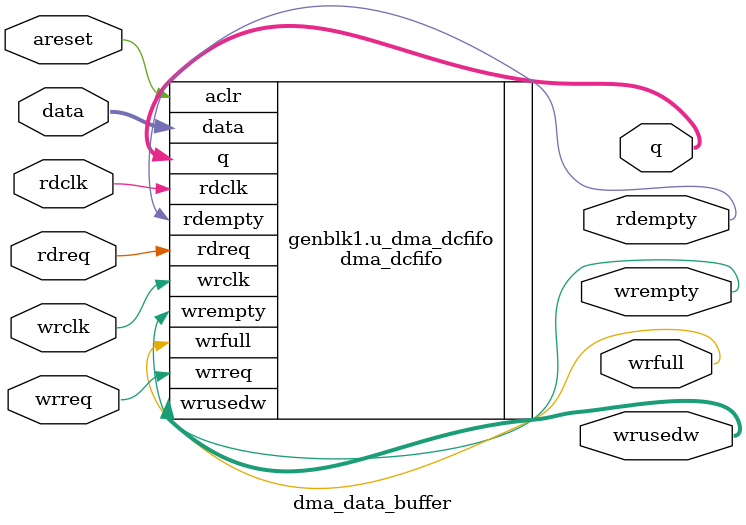
<source format=sv>



`timescale 1 ps / 1 ps
`default_nettype none

module dma_data_buffer #(
    parameter FIFO_ENABLE = 1
) (
    input wire [31:0]       data,
	input wire              rdclk,
	input wire              rdreq,
	input wire              wrclk,
	input wire              wrreq,
    input wire              areset,
	output logic [31:0]     q,
	output logic            rdempty,
	output logic            wrempty,
	output logic            wrfull,
	output logic [7:0]      wrusedw
);


generate
    if (FIFO_ENABLE) begin
        
        dma_dcfifo u_dma_dcfifo (
            .aclr       (areset),
            .data       (data),
	        .rdclk      (rdclk),
	        .rdreq      (rdreq),
	        .wrclk      (wrclk),
	        .wrreq      (wrreq),
	        .q          (q),
	        .rdempty    (rdempty),
	        .wrempty    (wrempty),
	        .wrfull     (wrfull),
	        .wrusedw    (wrusedw)
        );

    end else begin
        // Double data buffer register implementation
        
        logic wr_ptr;
        logic rd_ptr;
        logic [31:0] q_array[1:0];
        logic [1:0] internal_used;

        always_ff @(posedge wrclk) begin
            if (wrreq) begin
                q_array[wr_ptr] <= data;
            end
        end

        assign q = q_array[rd_ptr];
        
        always_ff @(posedge wrclk or posedge areset) begin
            if (areset) begin
                wr_ptr <= 1'b0;
                rd_ptr <= 1'b0;
                internal_used <= 2'd0;
            end
            else begin
                if (wrreq) begin
                    wr_ptr <= wr_ptr + 1'b1;
                end
                
                if (rdreq) begin
                    rd_ptr <= rd_ptr + 1'b1;
                end

                case ({wrreq, rdreq})
                    2'b01 : internal_used <= internal_used - 1'b1;
                    2'b10 : internal_used <= internal_used + 1'b1;
                    default : internal_used <= internal_used;
                endcase

            end
        end
        
        assign wrempty  = internal_used == 2'd0;
        assign rdempty  = internal_used == 2'd0;
        assign wrfull   = internal_used == 2'd2;
        assign wrusedw  = {6'd0, internal_used};

    end

endgenerate


endmodule

</source>
